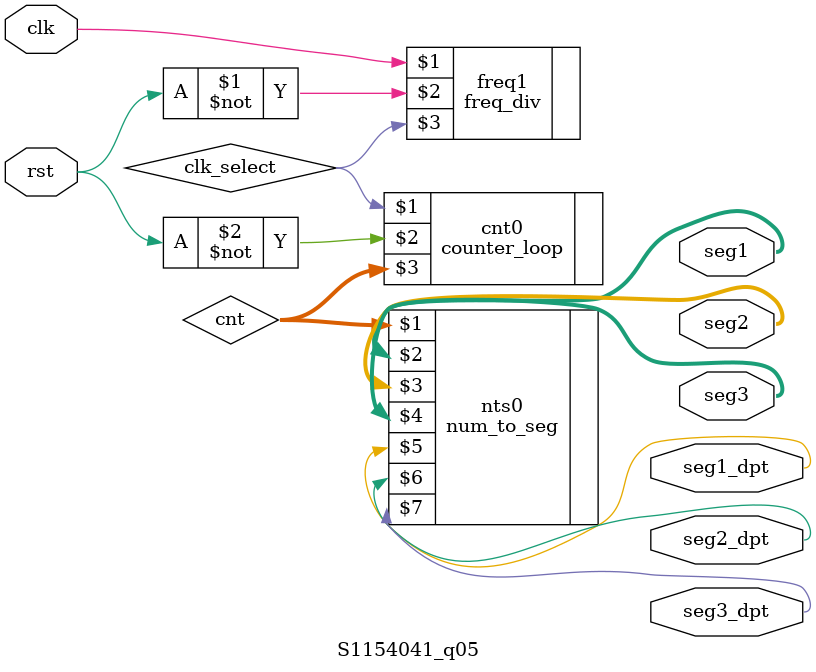
<source format=v>
module S1154041_q05(clk, rst, seg1, seg2, seg3, seg1_dpt, seg2_dpt, seg3_dpt);
	// 時鐘, reset, 兩個開關, 七段顯示器, 小數點
	input clk, rst;
	output [6:0] seg1, seg2, seg3;
	output seg1_dpt, seg2_dpt, seg3_dpt;
	wire clk_select;
	wire [5:0] cnt;
	freq_div #(24) freq1(clk, ~rst, clk_select);

	counter_loop #(30) cnt0(clk_select, ~rst, cnt);
	num_to_seg nts0(cnt, seg1, seg2, seg3, seg1_dpt, seg2_dpt, seg3_dpt);
	
endmodule
</source>
